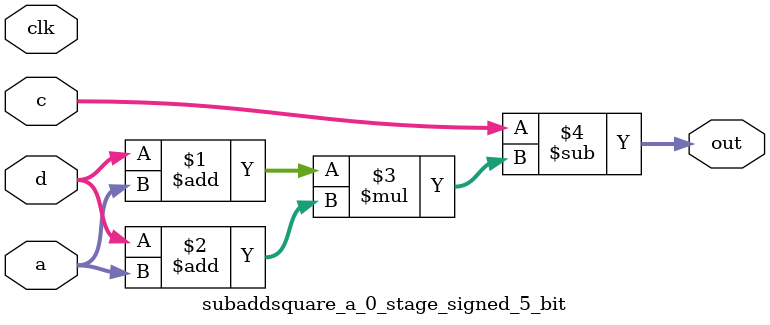
<source format=sv>
(* use_dsp = "yes" *) module subaddsquare_a_0_stage_signed_5_bit(
	input signed [4:0] a,
	input signed [4:0] c,
	input signed [4:0] d,
	output [4:0] out,
	input clk);

	assign out = c - ((d + a) * (d + a));
endmodule

</source>
